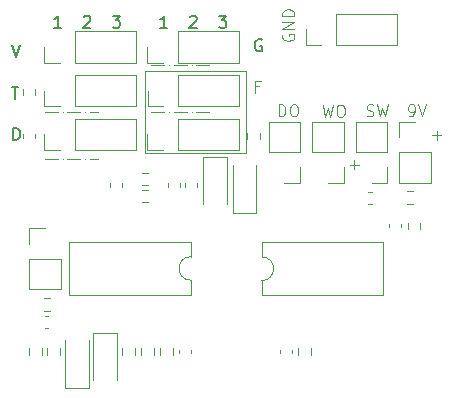
<source format=gbr>
%TF.GenerationSoftware,KiCad,Pcbnew,8.0.6*%
%TF.CreationDate,2025-01-05T16:59:03-06:00*%
%TF.ProjectId,wien + distortion,7769656e-202b-4206-9469-73746f727469,rev?*%
%TF.SameCoordinates,Original*%
%TF.FileFunction,Legend,Top*%
%TF.FilePolarity,Positive*%
%FSLAX46Y46*%
G04 Gerber Fmt 4.6, Leading zero omitted, Abs format (unit mm)*
G04 Created by KiCad (PCBNEW 8.0.6) date 2025-01-05 16:59:03*
%MOMM*%
%LPD*%
G01*
G04 APERTURE LIST*
%ADD10C,0.100000*%
%ADD11C,0.150000*%
%ADD12C,0.120000*%
G04 APERTURE END LIST*
D10*
X80170038Y-77922306D02*
X80122419Y-78017544D01*
X80122419Y-78017544D02*
X80122419Y-78160401D01*
X80122419Y-78160401D02*
X80170038Y-78303258D01*
X80170038Y-78303258D02*
X80265276Y-78398496D01*
X80265276Y-78398496D02*
X80360514Y-78446115D01*
X80360514Y-78446115D02*
X80550990Y-78493734D01*
X80550990Y-78493734D02*
X80693847Y-78493734D01*
X80693847Y-78493734D02*
X80884323Y-78446115D01*
X80884323Y-78446115D02*
X80979561Y-78398496D01*
X80979561Y-78398496D02*
X81074800Y-78303258D01*
X81074800Y-78303258D02*
X81122419Y-78160401D01*
X81122419Y-78160401D02*
X81122419Y-78065163D01*
X81122419Y-78065163D02*
X81074800Y-77922306D01*
X81074800Y-77922306D02*
X81027180Y-77874687D01*
X81027180Y-77874687D02*
X80693847Y-77874687D01*
X80693847Y-77874687D02*
X80693847Y-78065163D01*
X81122419Y-77446115D02*
X80122419Y-77446115D01*
X80122419Y-77446115D02*
X81122419Y-76874687D01*
X81122419Y-76874687D02*
X80122419Y-76874687D01*
X81122419Y-76398496D02*
X80122419Y-76398496D01*
X80122419Y-76398496D02*
X80122419Y-76160401D01*
X80122419Y-76160401D02*
X80170038Y-76017544D01*
X80170038Y-76017544D02*
X80265276Y-75922306D01*
X80265276Y-75922306D02*
X80360514Y-75874687D01*
X80360514Y-75874687D02*
X80550990Y-75827068D01*
X80550990Y-75827068D02*
X80693847Y-75827068D01*
X80693847Y-75827068D02*
X80884323Y-75874687D01*
X80884323Y-75874687D02*
X80979561Y-75922306D01*
X80979561Y-75922306D02*
X81074800Y-76017544D01*
X81074800Y-76017544D02*
X81122419Y-76160401D01*
X81122419Y-76160401D02*
X81122419Y-76398496D01*
X69000000Y-84500000D02*
X70100000Y-84500000D01*
X70500000Y-84500000D02*
X70520000Y-84500000D01*
X70920000Y-84500000D02*
X72020000Y-84500000D01*
X72420000Y-84500000D02*
X72440000Y-84500000D01*
X72840000Y-84500000D02*
X73940000Y-84500000D01*
X69000000Y-80500000D02*
X70100000Y-80500000D01*
X70500000Y-80500000D02*
X70520000Y-80500000D01*
X70920000Y-80500000D02*
X72020000Y-80500000D01*
X72420000Y-80500000D02*
X72440000Y-80500000D01*
X72840000Y-80500000D02*
X73940000Y-80500000D01*
X60000000Y-84500000D02*
X61100000Y-84500000D01*
X61500000Y-84500000D02*
X61520000Y-84500000D01*
X61920000Y-84500000D02*
X63020000Y-84500000D01*
X63420000Y-84500000D02*
X63440000Y-84500000D01*
X63840000Y-84500000D02*
X64500000Y-84500000D01*
X68500000Y-81000000D02*
X77000000Y-81000000D01*
X77000000Y-88000000D01*
X68500000Y-88000000D01*
X68500000Y-81000000D01*
X60000000Y-88500000D02*
X61100000Y-88500000D01*
X61500000Y-88500000D02*
X61520000Y-88500000D01*
X61920000Y-88500000D02*
X63020000Y-88500000D01*
X63420000Y-88500000D02*
X63440000Y-88500000D01*
X63840000Y-88500000D02*
X64500000Y-88500000D01*
X78137217Y-82348609D02*
X77803884Y-82348609D01*
X77803884Y-82872419D02*
X77803884Y-81872419D01*
X77803884Y-81872419D02*
X78280074Y-81872419D01*
D11*
X78360588Y-78417438D02*
X78265350Y-78369819D01*
X78265350Y-78369819D02*
X78122493Y-78369819D01*
X78122493Y-78369819D02*
X77979636Y-78417438D01*
X77979636Y-78417438D02*
X77884398Y-78512676D01*
X77884398Y-78512676D02*
X77836779Y-78607914D01*
X77836779Y-78607914D02*
X77789160Y-78798390D01*
X77789160Y-78798390D02*
X77789160Y-78941247D01*
X77789160Y-78941247D02*
X77836779Y-79131723D01*
X77836779Y-79131723D02*
X77884398Y-79226961D01*
X77884398Y-79226961D02*
X77979636Y-79322200D01*
X77979636Y-79322200D02*
X78122493Y-79369819D01*
X78122493Y-79369819D02*
X78217731Y-79369819D01*
X78217731Y-79369819D02*
X78360588Y-79322200D01*
X78360588Y-79322200D02*
X78408207Y-79274580D01*
X78408207Y-79274580D02*
X78408207Y-78941247D01*
X78408207Y-78941247D02*
X78217731Y-78941247D01*
X61360588Y-77369819D02*
X60789160Y-77369819D01*
X61074874Y-77369819D02*
X61074874Y-76369819D01*
X61074874Y-76369819D02*
X60979636Y-76512676D01*
X60979636Y-76512676D02*
X60884398Y-76607914D01*
X60884398Y-76607914D02*
X60789160Y-76655533D01*
D10*
X85803884Y-88991466D02*
X86565789Y-88991466D01*
X86184836Y-89372419D02*
X86184836Y-88610514D01*
D11*
X65741541Y-76369819D02*
X66360588Y-76369819D01*
X66360588Y-76369819D02*
X66027255Y-76750771D01*
X66027255Y-76750771D02*
X66170112Y-76750771D01*
X66170112Y-76750771D02*
X66265350Y-76798390D01*
X66265350Y-76798390D02*
X66312969Y-76846009D01*
X66312969Y-76846009D02*
X66360588Y-76941247D01*
X66360588Y-76941247D02*
X66360588Y-77179342D01*
X66360588Y-77179342D02*
X66312969Y-77274580D01*
X66312969Y-77274580D02*
X66265350Y-77322200D01*
X66265350Y-77322200D02*
X66170112Y-77369819D01*
X66170112Y-77369819D02*
X65884398Y-77369819D01*
X65884398Y-77369819D02*
X65789160Y-77322200D01*
X65789160Y-77322200D02*
X65741541Y-77274580D01*
X72289160Y-76465057D02*
X72336779Y-76417438D01*
X72336779Y-76417438D02*
X72432017Y-76369819D01*
X72432017Y-76369819D02*
X72670112Y-76369819D01*
X72670112Y-76369819D02*
X72765350Y-76417438D01*
X72765350Y-76417438D02*
X72812969Y-76465057D01*
X72812969Y-76465057D02*
X72860588Y-76560295D01*
X72860588Y-76560295D02*
X72860588Y-76655533D01*
X72860588Y-76655533D02*
X72812969Y-76798390D01*
X72812969Y-76798390D02*
X72241541Y-77369819D01*
X72241541Y-77369819D02*
X72860588Y-77369819D01*
X70360588Y-77369819D02*
X69789160Y-77369819D01*
X70074874Y-77369819D02*
X70074874Y-76369819D01*
X70074874Y-76369819D02*
X69979636Y-76512676D01*
X69979636Y-76512676D02*
X69884398Y-76607914D01*
X69884398Y-76607914D02*
X69789160Y-76655533D01*
X57336779Y-86869819D02*
X57336779Y-85869819D01*
X57336779Y-85869819D02*
X57574874Y-85869819D01*
X57574874Y-85869819D02*
X57717731Y-85917438D01*
X57717731Y-85917438D02*
X57812969Y-86012676D01*
X57812969Y-86012676D02*
X57860588Y-86107914D01*
X57860588Y-86107914D02*
X57908207Y-86298390D01*
X57908207Y-86298390D02*
X57908207Y-86441247D01*
X57908207Y-86441247D02*
X57860588Y-86631723D01*
X57860588Y-86631723D02*
X57812969Y-86726961D01*
X57812969Y-86726961D02*
X57717731Y-86822200D01*
X57717731Y-86822200D02*
X57574874Y-86869819D01*
X57574874Y-86869819D02*
X57336779Y-86869819D01*
X57193922Y-78869819D02*
X57527255Y-79869819D01*
X57527255Y-79869819D02*
X57860588Y-78869819D01*
D10*
X87256265Y-84824800D02*
X87399122Y-84872419D01*
X87399122Y-84872419D02*
X87637217Y-84872419D01*
X87637217Y-84872419D02*
X87732455Y-84824800D01*
X87732455Y-84824800D02*
X87780074Y-84777180D01*
X87780074Y-84777180D02*
X87827693Y-84681942D01*
X87827693Y-84681942D02*
X87827693Y-84586704D01*
X87827693Y-84586704D02*
X87780074Y-84491466D01*
X87780074Y-84491466D02*
X87732455Y-84443847D01*
X87732455Y-84443847D02*
X87637217Y-84396228D01*
X87637217Y-84396228D02*
X87446741Y-84348609D01*
X87446741Y-84348609D02*
X87351503Y-84300990D01*
X87351503Y-84300990D02*
X87303884Y-84253371D01*
X87303884Y-84253371D02*
X87256265Y-84158133D01*
X87256265Y-84158133D02*
X87256265Y-84062895D01*
X87256265Y-84062895D02*
X87303884Y-83967657D01*
X87303884Y-83967657D02*
X87351503Y-83920038D01*
X87351503Y-83920038D02*
X87446741Y-83872419D01*
X87446741Y-83872419D02*
X87684836Y-83872419D01*
X87684836Y-83872419D02*
X87827693Y-83920038D01*
X88161027Y-83872419D02*
X88399122Y-84872419D01*
X88399122Y-84872419D02*
X88589598Y-84158133D01*
X88589598Y-84158133D02*
X88780074Y-84872419D01*
X88780074Y-84872419D02*
X89018170Y-83872419D01*
D11*
X74741541Y-76369819D02*
X75360588Y-76369819D01*
X75360588Y-76369819D02*
X75027255Y-76750771D01*
X75027255Y-76750771D02*
X75170112Y-76750771D01*
X75170112Y-76750771D02*
X75265350Y-76798390D01*
X75265350Y-76798390D02*
X75312969Y-76846009D01*
X75312969Y-76846009D02*
X75360588Y-76941247D01*
X75360588Y-76941247D02*
X75360588Y-77179342D01*
X75360588Y-77179342D02*
X75312969Y-77274580D01*
X75312969Y-77274580D02*
X75265350Y-77322200D01*
X75265350Y-77322200D02*
X75170112Y-77369819D01*
X75170112Y-77369819D02*
X74884398Y-77369819D01*
X74884398Y-77369819D02*
X74789160Y-77322200D01*
X74789160Y-77322200D02*
X74741541Y-77274580D01*
D10*
X90851503Y-84872419D02*
X91041979Y-84872419D01*
X91041979Y-84872419D02*
X91137217Y-84824800D01*
X91137217Y-84824800D02*
X91184836Y-84777180D01*
X91184836Y-84777180D02*
X91280074Y-84634323D01*
X91280074Y-84634323D02*
X91327693Y-84443847D01*
X91327693Y-84443847D02*
X91327693Y-84062895D01*
X91327693Y-84062895D02*
X91280074Y-83967657D01*
X91280074Y-83967657D02*
X91232455Y-83920038D01*
X91232455Y-83920038D02*
X91137217Y-83872419D01*
X91137217Y-83872419D02*
X90946741Y-83872419D01*
X90946741Y-83872419D02*
X90851503Y-83920038D01*
X90851503Y-83920038D02*
X90803884Y-83967657D01*
X90803884Y-83967657D02*
X90756265Y-84062895D01*
X90756265Y-84062895D02*
X90756265Y-84300990D01*
X90756265Y-84300990D02*
X90803884Y-84396228D01*
X90803884Y-84396228D02*
X90851503Y-84443847D01*
X90851503Y-84443847D02*
X90946741Y-84491466D01*
X90946741Y-84491466D02*
X91137217Y-84491466D01*
X91137217Y-84491466D02*
X91232455Y-84443847D01*
X91232455Y-84443847D02*
X91280074Y-84396228D01*
X91280074Y-84396228D02*
X91327693Y-84300990D01*
X91613408Y-83872419D02*
X91946741Y-84872419D01*
X91946741Y-84872419D02*
X92280074Y-83872419D01*
X83518646Y-83902419D02*
X83756741Y-84902419D01*
X83756741Y-84902419D02*
X83947217Y-84188133D01*
X83947217Y-84188133D02*
X84137693Y-84902419D01*
X84137693Y-84902419D02*
X84375789Y-83902419D01*
X84947217Y-83902419D02*
X85137693Y-83902419D01*
X85137693Y-83902419D02*
X85232931Y-83950038D01*
X85232931Y-83950038D02*
X85328169Y-84045276D01*
X85328169Y-84045276D02*
X85375788Y-84235752D01*
X85375788Y-84235752D02*
X85375788Y-84569085D01*
X85375788Y-84569085D02*
X85328169Y-84759561D01*
X85328169Y-84759561D02*
X85232931Y-84854800D01*
X85232931Y-84854800D02*
X85137693Y-84902419D01*
X85137693Y-84902419D02*
X84947217Y-84902419D01*
X84947217Y-84902419D02*
X84851979Y-84854800D01*
X84851979Y-84854800D02*
X84756741Y-84759561D01*
X84756741Y-84759561D02*
X84709122Y-84569085D01*
X84709122Y-84569085D02*
X84709122Y-84235752D01*
X84709122Y-84235752D02*
X84756741Y-84045276D01*
X84756741Y-84045276D02*
X84851979Y-83950038D01*
X84851979Y-83950038D02*
X84947217Y-83902419D01*
X92803884Y-86491466D02*
X93565789Y-86491466D01*
X93184836Y-86872419D02*
X93184836Y-86110514D01*
D11*
X57193922Y-82369819D02*
X57765350Y-82369819D01*
X57479636Y-83369819D02*
X57479636Y-82369819D01*
D10*
X79803884Y-84872419D02*
X79803884Y-83872419D01*
X79803884Y-83872419D02*
X80041979Y-83872419D01*
X80041979Y-83872419D02*
X80184836Y-83920038D01*
X80184836Y-83920038D02*
X80280074Y-84015276D01*
X80280074Y-84015276D02*
X80327693Y-84110514D01*
X80327693Y-84110514D02*
X80375312Y-84300990D01*
X80375312Y-84300990D02*
X80375312Y-84443847D01*
X80375312Y-84443847D02*
X80327693Y-84634323D01*
X80327693Y-84634323D02*
X80280074Y-84729561D01*
X80280074Y-84729561D02*
X80184836Y-84824800D01*
X80184836Y-84824800D02*
X80041979Y-84872419D01*
X80041979Y-84872419D02*
X79803884Y-84872419D01*
X80994360Y-83872419D02*
X81184836Y-83872419D01*
X81184836Y-83872419D02*
X81280074Y-83920038D01*
X81280074Y-83920038D02*
X81375312Y-84015276D01*
X81375312Y-84015276D02*
X81422931Y-84205752D01*
X81422931Y-84205752D02*
X81422931Y-84539085D01*
X81422931Y-84539085D02*
X81375312Y-84729561D01*
X81375312Y-84729561D02*
X81280074Y-84824800D01*
X81280074Y-84824800D02*
X81184836Y-84872419D01*
X81184836Y-84872419D02*
X80994360Y-84872419D01*
X80994360Y-84872419D02*
X80899122Y-84824800D01*
X80899122Y-84824800D02*
X80803884Y-84729561D01*
X80803884Y-84729561D02*
X80756265Y-84539085D01*
X80756265Y-84539085D02*
X80756265Y-84205752D01*
X80756265Y-84205752D02*
X80803884Y-84015276D01*
X80803884Y-84015276D02*
X80899122Y-83920038D01*
X80899122Y-83920038D02*
X80994360Y-83872419D01*
D11*
X63289160Y-76465057D02*
X63336779Y-76417438D01*
X63336779Y-76417438D02*
X63432017Y-76369819D01*
X63432017Y-76369819D02*
X63670112Y-76369819D01*
X63670112Y-76369819D02*
X63765350Y-76417438D01*
X63765350Y-76417438D02*
X63812969Y-76465057D01*
X63812969Y-76465057D02*
X63860588Y-76560295D01*
X63860588Y-76560295D02*
X63860588Y-76655533D01*
X63860588Y-76655533D02*
X63812969Y-76798390D01*
X63812969Y-76798390D02*
X63241541Y-77369819D01*
X63241541Y-77369819D02*
X63860588Y-77369819D01*
D12*
%TO.C,D4*%
X66100000Y-103185000D02*
X64100000Y-103185000D01*
X66100000Y-103185000D02*
X66100000Y-107195000D01*
X64100000Y-103185000D02*
X64100000Y-107195000D01*
%TO.C,D3*%
X61700000Y-107860000D02*
X63700000Y-107860000D01*
X61700000Y-107860000D02*
X61700000Y-103850000D01*
X63700000Y-107860000D02*
X63700000Y-103850000D01*
%TO.C,J2*%
X78950000Y-87925000D02*
X78950000Y-85325000D01*
X81610000Y-85325000D02*
X78950000Y-85325000D01*
X81610000Y-87925000D02*
X78950000Y-87925000D01*
X81610000Y-87925000D02*
X81610000Y-85325000D01*
X81610000Y-89195000D02*
X81610000Y-90525000D01*
X81610000Y-90525000D02*
X80280000Y-90525000D01*
%TO.C,R1*%
X58132500Y-83067224D02*
X58132500Y-82557776D01*
X59177500Y-83067224D02*
X59177500Y-82557776D01*
%TO.C,C9*%
X89170000Y-93993733D02*
X89170000Y-94286267D01*
X90190000Y-93993733D02*
X90190000Y-94286267D01*
%TO.C,C7*%
X60296267Y-101805000D02*
X60003733Y-101805000D01*
X60296267Y-102825000D02*
X60003733Y-102825000D01*
%TO.C,RV2*%
X59945000Y-80330000D02*
X59945000Y-79000000D01*
X61275000Y-80330000D02*
X59945000Y-80330000D01*
X62545000Y-77670000D02*
X67685000Y-77670000D01*
X62545000Y-80330000D02*
X62545000Y-77670000D01*
X62545000Y-80330000D02*
X67685000Y-80330000D01*
X67685000Y-80330000D02*
X67685000Y-77670000D01*
%TO.C,C6*%
X87383733Y-91250000D02*
X87676267Y-91250000D01*
X87383733Y-92270000D02*
X87676267Y-92270000D01*
%TO.C,RV5*%
X68685000Y-80330000D02*
X68685000Y-79000000D01*
X70015000Y-80330000D02*
X68685000Y-80330000D01*
X71285000Y-77670000D02*
X76425000Y-77670000D01*
X71285000Y-80330000D02*
X71285000Y-77670000D01*
X71285000Y-80330000D02*
X76425000Y-80330000D01*
X76425000Y-80330000D02*
X76425000Y-77670000D01*
%TO.C,R7*%
X68177500Y-104532776D02*
X68177500Y-105042224D01*
X69222500Y-104532776D02*
X69222500Y-105042224D01*
%TO.C,R3*%
X68245276Y-89637500D02*
X68754724Y-89637500D01*
X68245276Y-90682500D02*
X68754724Y-90682500D01*
%TO.C,R11*%
X90737500Y-93885276D02*
X90737500Y-94394724D01*
X91782500Y-93885276D02*
X91782500Y-94394724D01*
%TO.C,R5*%
X60211785Y-105042224D02*
X60211785Y-104532776D01*
X61256785Y-105042224D02*
X61256785Y-104532776D01*
%TO.C,R8*%
X77132500Y-86754724D02*
X77132500Y-86245276D01*
X78177500Y-86754724D02*
X78177500Y-86245276D01*
%TO.C,R2*%
X68754724Y-91097500D02*
X68245276Y-91097500D01*
X68754724Y-92142500D02*
X68245276Y-92142500D01*
%TO.C,J6*%
X82090000Y-78830000D02*
X82090000Y-77500000D01*
X83420000Y-78830000D02*
X82090000Y-78830000D01*
X84690000Y-76170000D02*
X89830000Y-76170000D01*
X84690000Y-78830000D02*
X84690000Y-76170000D01*
X84690000Y-78830000D02*
X89830000Y-78830000D01*
X89830000Y-78830000D02*
X89830000Y-76170000D01*
%TO.C,BT1*%
X90020000Y-85315000D02*
X91350000Y-85315000D01*
X90020000Y-86645000D02*
X90020000Y-85315000D01*
X90020000Y-87915000D02*
X90020000Y-90515000D01*
X90020000Y-87915000D02*
X92680000Y-87915000D01*
X90020000Y-90515000D02*
X92680000Y-90515000D01*
X92680000Y-87915000D02*
X92680000Y-90515000D01*
%TO.C,RV1*%
X59945000Y-84030000D02*
X59945000Y-82700000D01*
X61275000Y-84030000D02*
X59945000Y-84030000D01*
X62545000Y-81370000D02*
X67685000Y-81370000D01*
X62545000Y-84030000D02*
X62545000Y-81370000D01*
X62545000Y-84030000D02*
X67685000Y-84030000D01*
X67685000Y-84030000D02*
X67685000Y-81370000D01*
%TO.C,J1*%
X58670000Y-94330000D02*
X60000000Y-94330000D01*
X58670000Y-95660000D02*
X58670000Y-94330000D01*
X58670000Y-96930000D02*
X58670000Y-99530000D01*
X58670000Y-96930000D02*
X61330000Y-96930000D01*
X58670000Y-99530000D02*
X61330000Y-99530000D01*
X61330000Y-96930000D02*
X61330000Y-99530000D01*
%TO.C,R6*%
X58677500Y-104532776D02*
X58677500Y-105042224D01*
X59722500Y-104532776D02*
X59722500Y-105042224D01*
%TO.C,C5*%
X71390000Y-104641233D02*
X71390000Y-104933767D01*
X72410000Y-104641233D02*
X72410000Y-104933767D01*
%TO.C,D1*%
X73400000Y-88320000D02*
X73400000Y-92330000D01*
X75400000Y-88320000D02*
X73400000Y-88320000D01*
X75400000Y-88320000D02*
X75400000Y-92330000D01*
%TO.C,U1*%
X62090000Y-95505000D02*
X62090000Y-100005000D01*
X62090000Y-100005000D02*
X72370000Y-100005000D01*
X72370000Y-95505000D02*
X62090000Y-95505000D01*
X72370000Y-96755000D02*
X72370000Y-95505000D01*
X72370000Y-100005000D02*
X72370000Y-98755000D01*
X72370000Y-98755000D02*
G75*
G02*
X72370000Y-96755000I0J1000000D01*
G01*
%TO.C,R10*%
X59895276Y-100285000D02*
X60404724Y-100285000D01*
X59895276Y-101330000D02*
X60404724Y-101330000D01*
%TO.C,R13*%
X81477500Y-104532776D02*
X81477500Y-105042224D01*
X82522500Y-104532776D02*
X82522500Y-105042224D01*
%TO.C,DualPot1*%
X68700000Y-84030000D02*
X68700000Y-82700000D01*
X70030000Y-84030000D02*
X68700000Y-84030000D01*
X71300000Y-81370000D02*
X76440000Y-81370000D01*
X71300000Y-84030000D02*
X71300000Y-81370000D01*
X71300000Y-84030000D02*
X76440000Y-84030000D01*
X76440000Y-84030000D02*
X76440000Y-81370000D01*
%TO.C,U2*%
X78370000Y-95535000D02*
X78370000Y-96785000D01*
X78370000Y-98785000D02*
X78370000Y-100035000D01*
X78370000Y-100035000D02*
X88650000Y-100035000D01*
X88650000Y-95535000D02*
X78370000Y-95535000D01*
X88650000Y-100035000D02*
X88650000Y-95535000D01*
X78370000Y-96785000D02*
G75*
G02*
X78370000Y-98785000I0J-1000000D01*
G01*
%TO.C,C4*%
X71890000Y-90846267D02*
X71890000Y-90553733D01*
X72910000Y-90846267D02*
X72910000Y-90553733D01*
%TO.C,D2*%
X75900000Y-93037500D02*
X75900000Y-89027500D01*
X75900000Y-93037500D02*
X77900000Y-93037500D01*
X77900000Y-93037500D02*
X77900000Y-89027500D01*
%TO.C,C8*%
X79940000Y-104641233D02*
X79940000Y-104933767D01*
X80960000Y-104641233D02*
X80960000Y-104933767D01*
%TO.C,J5*%
X82650000Y-87925000D02*
X82650000Y-85325000D01*
X85310000Y-85325000D02*
X82650000Y-85325000D01*
X85310000Y-87925000D02*
X82650000Y-87925000D01*
X85310000Y-87925000D02*
X85310000Y-85325000D01*
X85310000Y-89195000D02*
X85310000Y-90525000D01*
X85310000Y-90525000D02*
X83980000Y-90525000D01*
%TO.C,R9*%
X90635276Y-91217500D02*
X91144724Y-91217500D01*
X90635276Y-92262500D02*
X91144724Y-92262500D01*
%TO.C,C1*%
X65490000Y-90553733D02*
X65490000Y-90846267D01*
X66510000Y-90553733D02*
X66510000Y-90846267D01*
%TO.C,RV4*%
X68685000Y-87730000D02*
X68685000Y-86400000D01*
X70015000Y-87730000D02*
X68685000Y-87730000D01*
X71285000Y-85070000D02*
X76425000Y-85070000D01*
X71285000Y-87730000D02*
X71285000Y-85070000D01*
X71285000Y-87730000D02*
X76425000Y-87730000D01*
X76425000Y-87730000D02*
X76425000Y-85070000D01*
%TO.C,R4*%
X66577500Y-105042224D02*
X66577500Y-104532776D01*
X67622500Y-105042224D02*
X67622500Y-104532776D01*
%TO.C,RV3*%
X59945000Y-87730000D02*
X59945000Y-86400000D01*
X61275000Y-87730000D02*
X59945000Y-87730000D01*
X62545000Y-85070000D02*
X67685000Y-85070000D01*
X62545000Y-87730000D02*
X62545000Y-85070000D01*
X62545000Y-87730000D02*
X67685000Y-87730000D01*
X67685000Y-87730000D02*
X67685000Y-85070000D01*
%TO.C,C3*%
X70390000Y-90553733D02*
X70390000Y-90846267D01*
X71410000Y-90553733D02*
X71410000Y-90846267D01*
%TO.C,J4*%
X86350000Y-87925000D02*
X86350000Y-85325000D01*
X89010000Y-85325000D02*
X86350000Y-85325000D01*
X89010000Y-87925000D02*
X86350000Y-87925000D01*
X89010000Y-87925000D02*
X89010000Y-85325000D01*
X89010000Y-89195000D02*
X89010000Y-90525000D01*
X89010000Y-90525000D02*
X87680000Y-90525000D01*
%TO.C,C2*%
X58145000Y-86683767D02*
X58145000Y-86391233D01*
X59165000Y-86683767D02*
X59165000Y-86391233D01*
%TO.C,R12*%
X69777500Y-104532776D02*
X69777500Y-105042224D01*
X70822500Y-104532776D02*
X70822500Y-105042224D01*
%TD*%
M02*

</source>
